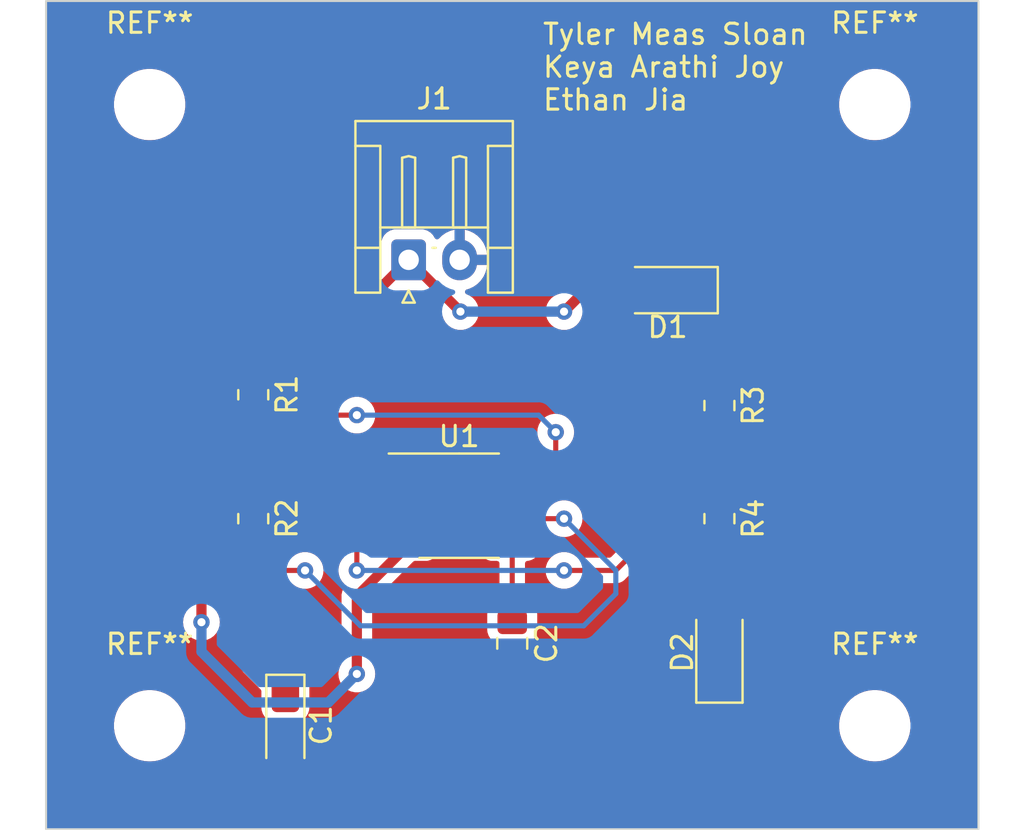
<source format=kicad_pcb>
(kicad_pcb (version 20221018) (generator pcbnew)
  (layers (0 "F.Cu" signal) (31 "B.Cu" signal) (34 "B.Paste" user) (35 "F.Paste" user) (36 "B.SilkS" user "B.Silkscreen") (37 "F.SilkS" user "F.Silkscreen") (38 "B.Mask" user) (39 "F.Mask" user) (44 "Edge.Cuts" user))
  (net 0 "")
  (net 1 "/pin_2")
  (net 2 "GND")
  (net 3 "Net-(U1-CV)")
  (net 4 "Net-(D1-K)")
  (net 5 "+9V")
  (net 6 "Net-(D2-A)")
  (net 7 "/pin_7")
  (net 8 "/pin_3")
  (footprint "LED_SMD:LED_1206_3216Metric_Pad1.42x1.75mm_HandSolder" (layer "F.Cu") (at 83.82 67.5275 90)
    (fp_text reference "D2" (at 0 -1.82 90) (layer "F.SilkS"))
    (fp_text value "LED")
    (fp_line (start -2.46 -1.135) (end -2.46 1.135) (stroke (width 0.12)) (layer "F.SilkS"))
    (fp_line (start -2.46 1.135) (end 1.6 1.135) (stroke (width 0.12)) (layer "F.SilkS"))
    (fp_line (start 1.6 -1.135) (end -2.46 -1.135) (stroke (width 0.12)) (layer "F.SilkS"))
    (pad "1" smd roundrect (at -1.4875 0 90) (size 1.425 1.75) (layers "F.Cu" "F.Paste" "F.Mask") (roundrect_rratio 0.1754392982) (net 2 "GND"))
    (pad "2" smd roundrect (at 1.4875 0 90) (size 1.425 1.75) (layers "F.Cu" "F.Paste" "F.Mask") (roundrect_rratio 0.1754392982) (net 6 "Net-(D2-A)"))
  )
  (footprint "Capacitor_SMD:C_0805_2012Metric_Pad1.18x1.45mm_HandSolder" (layer "F.Cu") (at 73.66 67.0775 -90)
    (fp_text reference "C2" (at 0 -1.68 90) (layer "F.SilkS"))
    (fp_text value ".01 uF")
    (fp_line (start -0.261252 -0.735) (end 0.261252 -0.735) (stroke (width 0.12)) (layer "F.SilkS"))
    (fp_line (start -0.261252 0.735) (end 0.261252 0.735) (stroke (width 0.12)) (layer "F.SilkS"))
    (pad "1" smd roundrect (at -1.0375 0 270) (size 1.175 1.45) (layers "F.Cu" "F.Paste" "F.Mask") (roundrect_rratio 0.2127659574) (net 3 "Net-(U1-CV)"))
    (pad "2" smd roundrect (at 1.0375 0 270) (size 1.175 1.45) (layers "F.Cu" "F.Paste" "F.Mask") (roundrect_rratio 0.2127659574) (net 2 "GND"))
  )
  (footprint "Resistor_SMD:R_0805_2012Metric_Pad1.20x1.40mm_HandSolder" (layer "F.Cu") (at 83.82 60.96 -90)
    (fp_text reference "R4" (at 0 -1.65 90) (layer "F.SilkS"))
    (fp_text value "1k")
    (fp_line (start -0.227064 -0.735) (end 0.227064 -0.735) (stroke (width 0.12)) (layer "F.SilkS"))
    (fp_line (start -0.227064 0.735) (end 0.227064 0.735) (stroke (width 0.12)) (layer "F.SilkS"))
    (pad "1" smd roundrect (at -1 0 270) (size 1.2 1.4) (layers "F.Cu" "F.Paste" "F.Mask") (roundrect_rratio 0.2083333333) (net 8 "/pin_3"))
    (pad "2" smd roundrect (at 1 0 270) (size 1.2 1.4) (layers "F.Cu" "F.Paste" "F.Mask") (roundrect_rratio 0.2083333333) (net 6 "Net-(D2-A)"))
  )
  (footprint "LED_SMD:LED_1206_3216Metric_Pad1.42x1.75mm_HandSolder" (layer "F.Cu") (at 81.28 49.7475 180)
    (fp_text reference "D1" (at 0 -1.82) (layer "F.SilkS"))
    (fp_text value "LED")
    (fp_line (start -2.46 -1.135) (end -2.46 1.135) (stroke (width 0.12)) (layer "F.SilkS"))
    (fp_line (start -2.46 1.135) (end 1.6 1.135) (stroke (width 0.12)) (layer "F.SilkS"))
    (fp_line (start 1.6 -1.135) (end -2.46 -1.135) (stroke (width 0.12)) (layer "F.SilkS"))
    (pad "1" smd roundrect (at -1.4875 0 180) (size 1.425 1.75) (layers "F.Cu" "F.Paste" "F.Mask") (roundrect_rratio 0.1754392982) (net 4 "Net-(D1-K)"))
    (pad "2" smd roundrect (at 1.4875 0 180) (size 1.425 1.75) (layers "F.Cu" "F.Paste" "F.Mask") (roundrect_rratio 0.1754392982) (net 5 "+9V"))
  )
  (footprint "Resistor_SMD:R_0805_2012Metric_Pad1.20x1.40mm_HandSolder" (layer "F.Cu") (at 83.82 55.41 -90)
    (fp_text reference "R3" (at 0 -1.65 90) (layer "F.SilkS"))
    (fp_text value "1k")
    (fp_line (start -0.227064 -0.735) (end 0.227064 -0.735) (stroke (width 0.12)) (layer "F.SilkS"))
    (fp_line (start -0.227064 0.735) (end 0.227064 0.735) (stroke (width 0.12)) (layer "F.SilkS"))
    (pad "1" smd roundrect (at -1 0 270) (size 1.2 1.4) (layers "F.Cu" "F.Paste" "F.Mask") (roundrect_rratio 0.2083333333) (net 4 "Net-(D1-K)"))
    (pad "2" smd roundrect (at 1 0 270) (size 1.2 1.4) (layers "F.Cu" "F.Paste" "F.Mask") (roundrect_rratio 0.2083333333) (net 8 "/pin_3"))
  )
  (footprint "Resistor_SMD:R_0805_2012Metric_Pad1.20x1.40mm_HandSolder" (layer "F.Cu") (at 60.96 60.96 -90)
    (fp_text reference "R2" (at 0 -1.65 90) (layer "F.SilkS"))
    (fp_text value "10k")
    (fp_line (start -0.227064 -0.735) (end 0.227064 -0.735) (stroke (width 0.12)) (layer "F.SilkS"))
    (fp_line (start -0.227064 0.735) (end 0.227064 0.735) (stroke (width 0.12)) (layer "F.SilkS"))
    (pad "1" smd roundrect (at -1 0 270) (size 1.2 1.4) (layers "F.Cu" "F.Paste" "F.Mask") (roundrect_rratio 0.2083333333) (net 7 "/pin_7"))
    (pad "2" smd roundrect (at 1 0 270) (size 1.2 1.4) (layers "F.Cu" "F.Paste" "F.Mask") (roundrect_rratio 0.2083333333) (net 1 "/pin_2"))
  )
  (footprint "Capacitor_Tantalum_SMD:CP_EIA-3216-18_Kemet-A_Pad1.58x1.35mm_HandSolder" (layer "F.Cu") (at 62.5348 71.1049 -90)
    (fp_text reference "C1" (at 0 -1.75 90) (layer "F.SilkS"))
    (fp_text value "10 uF")
    (fp_line (start -2.485 -0.935) (end -2.485 0.935) (stroke (width 0.12)) (layer "F.SilkS"))
    (fp_line (start -2.485 0.935) (end 1.6 0.935) (stroke (width 0.12)) (layer "F.SilkS"))
    (fp_line (start 1.6 -0.935) (end -2.485 -0.935) (stroke (width 0.12)) (layer "F.SilkS"))
    (pad "1" smd roundrect (at -1.4375 0 270) (size 1.575 1.35) (layers "F.Cu" "F.Paste" "F.Mask") (roundrect_rratio 0.1851851852) (net 1 "/pin_2"))
    (pad "2" smd roundrect (at 1.4375 0 270) (size 1.575 1.35) (layers "F.Cu" "F.Paste" "F.Mask") (roundrect_rratio 0.1851851852) (net 2 "GND"))
  )
  (footprint "Resistor_SMD:R_0805_2012Metric_Pad1.20x1.40mm_HandSolder" (layer "F.Cu") (at 60.96 54.88 -90)
    (fp_text reference "R1" (at 0 -1.65 90) (layer "F.SilkS"))
    (fp_text value "1k")
    (fp_line (start -0.227064 -0.735) (end 0.227064 -0.735) (stroke (width 0.12)) (layer "F.SilkS"))
    (fp_line (start -0.227064 0.735) (end 0.227064 0.735) (stroke (width 0.12)) (layer "F.SilkS"))
    (pad "1" smd roundrect (at -1 0 270) (size 1.2 1.4) (layers "F.Cu" "F.Paste" "F.Mask") (roundrect_rratio 0.2083333333) (net 5 "+9V"))
    (pad "2" smd roundrect (at 1 0 270) (size 1.2 1.4) (layers "F.Cu" "F.Paste" "F.Mask") (roundrect_rratio 0.2083333333) (net 7 "/pin_7"))
  )
  (footprint "Package_SO:SOIC-8-1EP_3.9x4.9mm_P1.27mm_EP2.29x3mm" (layer "F.Cu") (at 71.055 60.325)
    (fp_text reference "U1" (at 0 -3.4) (layer "F.SilkS"))
    (fp_text value "~")
    (fp_line (start 0 -2.56) (end -3.45 -2.56) (stroke (width 0.12)) (layer "F.SilkS"))
    (fp_line (start 0 -2.56) (end 1.95 -2.56) (stroke (width 0.12)) (layer "F.SilkS"))
    (fp_line (start 0 2.56) (end -1.95 2.56) (stroke (width 0.12)) (layer "F.SilkS"))
    (fp_line (start 0 2.56) (end 1.95 2.56) (stroke (width 0.12)) (layer "F.SilkS"))
    (pad "1" smd roundrect (at -2.475 -1.905) (size 1.95 0.6) (layers "F.Cu" "F.Paste" "F.Mask") (net 2 "GND"))
    (pad "2" smd roundrect (at -2.475 -0.635) (size 1.95 0.6) (layers "F.Cu" "F.Paste" "F.Mask") (net 1 "/pin_2"))
    (pad "3" smd roundrect (at -2.475 0.635) (size 1.95 0.6) (layers "F.Cu" "F.Paste" "F.Mask") (net 8 "/pin_3"))
    (pad "4" smd roundrect (at -2.475 1.905) (size 1.95 0.6) (layers "F.Cu" "F.Paste" "F.Mask") (net 5 "+9V"))
    (pad "5" smd roundrect (at 2.475 1.905) (size 1.95 0.6) (layers "F.Cu" "F.Paste" "F.Mask") (net 3 "Net-(U1-CV)"))
    (pad "6" smd roundrect (at 2.475 0.635) (size 1.95 0.6) (layers "F.Cu" "F.Paste" "F.Mask") (net 1 "/pin_2"))
    (pad "7" smd roundrect (at 2.475 -0.635) (size 1.95 0.6) (layers "F.Cu" "F.Paste" "F.Mask") (net 7 "/pin_7"))
    (pad "8" smd roundrect (at 2.475 -1.905) (size 1.95 0.6) (layers "F.Cu" "F.Paste" "F.Mask") (net 5 "+9V"))
    (pad "9" smd rect (at 0 0) (size 2.29 3) (layers "F.Cu" "F.Mask"))
  )
  (footprint "MountingHole:MountingHole_3mm" (layer "F.Cu") (at 91.44 71.12)
    (fp_text reference "REF**" (at 0 -4) (layer "F.SilkS"))
    (fp_text value "MountingHole_3mm")
    (pad "" np_thru_hole circle (at 0 0) (size 3 3) (drill 3) (layers "*.Cu" "*.Mask"))
  )
  (footprint "MountingHole:MountingHole_3mm" (layer "F.Cu") (at 91.44 40.64)
    (fp_text reference "REF**" (at 0 -4) (layer "F.SilkS"))
    (fp_text value "MountingHole_3mm")
    (pad "" np_thru_hole circle (at 0 0) (size 3 3) (drill 3) (layers "*.Cu" "*.Mask"))
  )
  (footprint "MountingHole:MountingHole_3mm" (layer "F.Cu") (at 55.88 71.12)
    (fp_text reference "REF**" (at 0 -4) (layer "F.SilkS"))
    (fp_text value "MountingHole_3mm")
    (pad "" np_thru_hole circle (at 0 0) (size 3 3) (drill 3) (layers "*.Cu" "*.Mask"))
  )
  (footprint "Connector_JST:JST_EH_S2B-EH_1x02_P2.50mm_Horizontal" (layer "F.Cu") (at 68.58 48.26)
    (fp_text reference "J1" (at 1.25 -7.9) (layer "F.SilkS"))
    (fp_text value "Conn_01x02_Pin")
    (fp_line (start -2.61 -6.81) (end 5.11 -6.81) (stroke (width 0.12)) (layer "F.SilkS"))
    (fp_line (start -2.61 -5.59) (end -1.39 -5.59) (stroke (width 0.12)) (layer "F.SilkS"))
    (fp_line (start -2.61 1.61) (end -2.61 -6.81) (stroke (width 0.12)) (layer "F.SilkS"))
    (fp_line (start -1.39 -5.59) (end -1.39 -0.59) (stroke (width 0.12)) (layer "F.SilkS"))
    (fp_line (start -1.39 -1.59) (end 3.89 -1.59) (stroke (width 0.12)) (layer "F.SilkS"))
    (fp_line (start -1.39 -0.59) (end -2.61 -0.59) (stroke (width 0.12)) (layer "F.SilkS"))
    (fp_line (start -1.39 -0.59) (end -1.39 1.61) (stroke (width 0.12)) (layer "F.SilkS"))
    (fp_line (start -1.39 1.61) (end -2.61 1.61) (stroke (width 0.12)) (layer "F.SilkS"))
    (fp_line (start -0.32 -5.01) (end 0 -5.09) (stroke (width 0.12)) (layer "F.SilkS"))
    (fp_line (start -0.32 -1.59) (end -0.32 -5.01) (stroke (width 0.12)) (layer "F.SilkS"))
    (fp_line (start -0.3 2.1) (end 0.3 2.1) (stroke (width 0.12)) (layer "F.SilkS"))
    (fp_line (start 0 -5.09) (end 0.32 -5.01) (stroke (width 0.12)) (layer "F.SilkS"))
    (fp_line (start 0 -1.59) (end -0.32 -1.59) (stroke (width 0.12)) (layer "F.SilkS"))
    (fp_line (start 0 1.5) (end -0.3 2.1) (stroke (width 0.12)) (layer "F.SilkS"))
    (fp_line (start 0.3 2.1) (end 0 1.5) (stroke (width 0.12)) (layer "F.SilkS"))
    (fp_line (start 0.32 -5.01) (end 0.32 -1.59) (stroke (width 0.12)) (layer "F.SilkS"))
    (fp_line (start 0.32 -1.59) (end 0 -1.59) (stroke (width 0.12)) (layer "F.SilkS"))
    (fp_line (start 1.17 -0.59) (end 1.33 -0.59) (stroke (width 0.12)) (layer "F.SilkS"))
    (fp_line (start 2.18 -5.01) (end 2.5 -5.09) (stroke (width 0.12)) (layer "F.SilkS"))
    (fp_line (start 2.18 -1.59) (end 2.18 -5.01) (stroke (width 0.12)) (layer "F.SilkS"))
    (fp_line (start 2.5 -5.09) (end 2.82 -5.01) (stroke (width 0.12)) (layer "F.SilkS"))
    (fp_line (start 2.5 -1.59) (end 2.18 -1.59) (stroke (width 0.12)) (layer "F.SilkS"))
    (fp_line (start 2.82 -5.01) (end 2.82 -1.59) (stroke (width 0.12)) (layer "F.SilkS"))
    (fp_line (start 2.82 -1.59) (end 2.5 -1.59) (stroke (width 0.12)) (layer "F.SilkS"))
    (fp_line (start 3.89 -5.59) (end 3.89 -0.59) (stroke (width 0.12)) (layer "F.SilkS"))
    (fp_line (start 3.89 -0.59) (end 5.11 -0.59) (stroke (width 0.12)) (layer "F.SilkS"))
    (fp_line (start 3.89 1.61) (end 3.89 -0.59) (stroke (width 0.12)) (layer "F.SilkS"))
    (fp_line (start 5.11 -6.81) (end 5.11 1.61) (stroke (width 0.12)) (layer "F.SilkS"))
    (fp_line (start 5.11 -5.59) (end 3.89 -5.59) (stroke (width 0.12)) (layer "F.SilkS"))
    (fp_line (start 5.11 1.61) (end 3.89 1.61) (stroke (width 0.12)) (layer "F.SilkS"))
    (pad "1" thru_hole roundrect (at 0 0) (size 1.7 2) (drill 1) (layers "*.Cu" "*.Mask") (roundrect_rratio 0.1470588235) (net 5 "+9V"))
    (pad "2" thru_hole oval (at 2.5 0) (size 1.7 2) (drill 1) (layers "*.Cu" "*.Mask") (net 2 "GND"))
  )
  (footprint "MountingHole:MountingHole_3mm" (layer "F.Cu") (at 55.88 40.64)
    (fp_text reference "REF**" (at 0 -4) (layer "F.SilkS"))
    (fp_text value "MountingHole_3mm")
    (pad "" np_thru_hole circle (at 0 0) (size 3 3) (drill 3) (layers "*.Cu" "*.Mask"))
  )
  (gr_rect (start 50.8 35.56) (end 96.52 76.2) (stroke (width 0.1)) (fill none) (layer "Edge.Cuts"))
  (gr_text "Tyler Meas Sloan\nKeya Arathi Joy\nEthan Jia" (at 75.0824 40.9956) (layer "F.SilkS") (effects (font (size 1 1)) (justify left bottom)))
  (segment (start 60.96 63.5) (end 60.96 68.0926) (width 0.25) (layer "F.Cu") (net 1))
  (segment (start 64.77 59.69) (end 68.58 59.69) (width 0.25) (layer "F.Cu") (net 1))
  (segment (start 60.96 68.0926) (end 62.5348 69.6674) (width 0.25) (layer "F.Cu") (net 1))
  (segment (start 60.96 63.5) (end 63.5 63.5) (width 0.25) (layer "F.Cu") (net 1))
  (segment (start 73.53 60.96) (end 76.2 60.96) (width 0.25) (layer "F.Cu") (net 1))
  (segment (start 60.96 63.5) (end 64.77 59.69) (width 0.25) (layer "F.Cu") (net 1))
  (segment (start 60.96 61.96) (end 60.96 63.5) (width 0.25) (layer "F.Cu") (net 1))
  (via (at 63.5 63.5) (size 0.8) (drill 0.4) (layers "F.Cu" "B.Cu") (net 1))
  (via (at 76.2 60.96) (size 0.8) (drill 0.4) (layers "F.Cu" "B.Cu") (net 1))
  (segment (start 78.74 64.643) (end 78.74 63.5) (width 0.25) (layer "B.Cu") (net 1))
  (segment (start 66.2178 66.2178) (end 77.1652 66.2178) (width 0.25) (layer "B.Cu") (net 1))
  (segment (start 77.1652 66.2178) (end 78.74 64.643) (width 0.25) (layer "B.Cu") (net 1))
  (segment (start 63.5 63.5) (end 66.2178 66.2178) (width 0.25) (layer "B.Cu") (net 1))
  (segment (start 78.74 63.5) (end 76.2 60.96) (width 0.25) (layer "B.Cu") (net 1))
  (segment (start 73.66 66.04) (end 73.66 62.36) (width 0.25) (layer "F.Cu") (net 3))
  (segment (start 73.66 62.36) (end 73.53 62.23) (width 0.25) (layer "F.Cu") (net 3))
  (segment (start 82.7675 49.7475) (end 82.7675 53.3575) (width 0.25) (layer "F.Cu") (net 4))
  (segment (start 82.7675 53.3575) (end 83.82 54.41) (width 0.25) (layer "F.Cu") (net 4))
  (segment (start 58.42 53.34) (end 60.96 50.8) (width 0.5) (layer "F.Cu") (net 5))
  (segment (start 62.96 53.88) (end 66.04 50.8) (width 0.5) (layer "F.Cu") (net 5))
  (segment (start 77.2525 49.7475) (end 76.2 50.8) (width 0.5) (layer "F.Cu") (net 5))
  (segment (start 60.96 50.8) (end 66.04 50.8) (width 0.5) (layer "F.Cu") (net 5))
  (segment (start 66.04 50.8) (end 68.58 48.26) (width 0.5) (layer "F.Cu") (net 5))
  (segment (start 66.04 64.77) (end 66.04 68.58) (width 0.5) (layer "F.Cu") (net 5))
  (segment (start 60.96 53.88) (end 62.96 53.88) (width 0.5) (layer "F.Cu") (net 5))
  (segment (start 68.58 62.23) (end 66.04 64.77) (width 0.5) (layer "F.Cu") (net 5))
  (segment (start 71.12 50.8) (end 68.58 48.26) (width 0.5) (layer "F.Cu") (net 5))
  (segment (start 79.7925 49.7475) (end 77.2525 49.7475) (width 0.5) (layer "F.Cu") (net 5))
  (segment (start 58.42 66.04) (end 58.42 53.34) (width 0.5) (layer "F.Cu") (net 5))
  (via (at 66.04 68.58) (size 0.8) (drill 0.4) (layers "F.Cu" "B.Cu") (net 5))
  (via (at 58.42 66.04) (size 0.8) (drill 0.4) (layers "F.Cu" "B.Cu") (net 5))
  (via (at 71.12 50.8) (size 0.8) (drill 0.4) (layers "F.Cu" "B.Cu") (net 5))
  (via (at 76.2 50.8) (size 0.8) (drill 0.4) (layers "F.Cu" "B.Cu") (net 5))
  (segment (start 60.9092 69.977) (end 58.42 67.4878) (width 0.5) (layer "B.Cu") (net 5))
  (segment (start 64.643 69.977) (end 60.9092 69.977) (width 0.5) (layer "B.Cu") (net 5))
  (segment (start 66.04 68.58) (end 64.643 69.977) (width 0.5) (layer "B.Cu") (net 5))
  (segment (start 58.42 67.4878) (end 58.42 66.04) (width 0.5) (layer "B.Cu") (net 5))
  (segment (start 76.2 50.8) (end 71.12 50.8) (width 0.5) (layer "B.Cu") (net 5))
  (segment (start 83.82 61.96) (end 83.82 66.04) (width 0.25) (layer "F.Cu") (net 6))
  (segment (start 75.7936 56.7182) (end 75.7936 58.4014) (width 0.25) (layer "F.Cu") (net 7))
  (segment (start 74.505 59.69) (end 73.53 59.69) (width 0.25) (layer "F.Cu") (net 7))
  (segment (start 66.04 55.88) (end 60.96 55.88) (width 0.25) (layer "F.Cu") (net 7))
  (segment (start 75.7936 58.4014) (end 74.505 59.69) (width 0.25) (layer "F.Cu") (net 7))
  (segment (start 60.96 55.88) (end 60.96 59.96) (width 0.25) (layer "F.Cu") (net 7))
  (via (at 66.04 55.88) (size 0.8) (drill 0.4) (layers "F.Cu" "B.Cu") (net 7))
  (via (at 75.7936 56.7182) (size 0.8) (drill 0.4) (layers "F.Cu" "B.Cu") (net 7))
  (segment (start 74.9554 55.88) (end 66.04 55.88) (width 0.25) (layer "B.Cu") (net 7))
  (segment (start 75.7936 56.7182) (end 74.9554 55.88) (width 0.25) (layer "B.Cu") (net 7))
  (segment (start 83.82 56.41) (end 83.82 58.42) (width 0.25) (layer "F.Cu") (net 8))
  (segment (start 67.0814 60.96) (end 68.58 60.96) (width 0.25) (layer "F.Cu") (net 8))
  (segment (start 66.04 62.0014) (end 67.0814 60.96) (width 0.25) (layer "F.Cu") (net 8))
  (segment (start 66.04 63.5) (end 66.04 62.0014) (width 0.25) (layer "F.Cu") (net 8))
  (segment (start 83.82 58.42) (end 78.74 63.5) (width 0.25) (layer "F.Cu") (net 8))
  (segment (start 78.74 63.5) (end 76.2 63.5) (width 0.25) (layer "F.Cu") (net 8))
  (segment (start 83.82 58.42) (end 83.82 59.96) (width 0.25) (layer "F.Cu") (net 8))
  (via (at 66.04 63.5) (size 0.8) (drill 0.4) (layers "F.Cu" "B.Cu") (net 8))
  (via (at 76.2 63.5) (size 0.8) (drill 0.4) (layers "F.Cu" "B.Cu") (net 8))
  (segment (start 66.04 63.5) (end 76.2 63.5) (width 0.25) (layer "B.Cu") (net 8))
  (zone (net 2) (net_name "GND") (layers "F&B.Cu") (connect_pads (clearance 0.5)) (min_thickness 0.25) (fill yes (thermal_gap 0.5) (thermal_bridge_width 0.5))
    (polygon (pts (xy 50.8 35.56) (xy 50.8 76.2) (xy 96.52 76.2) (xy 96.52 35.56)))
  )
)
</source>
